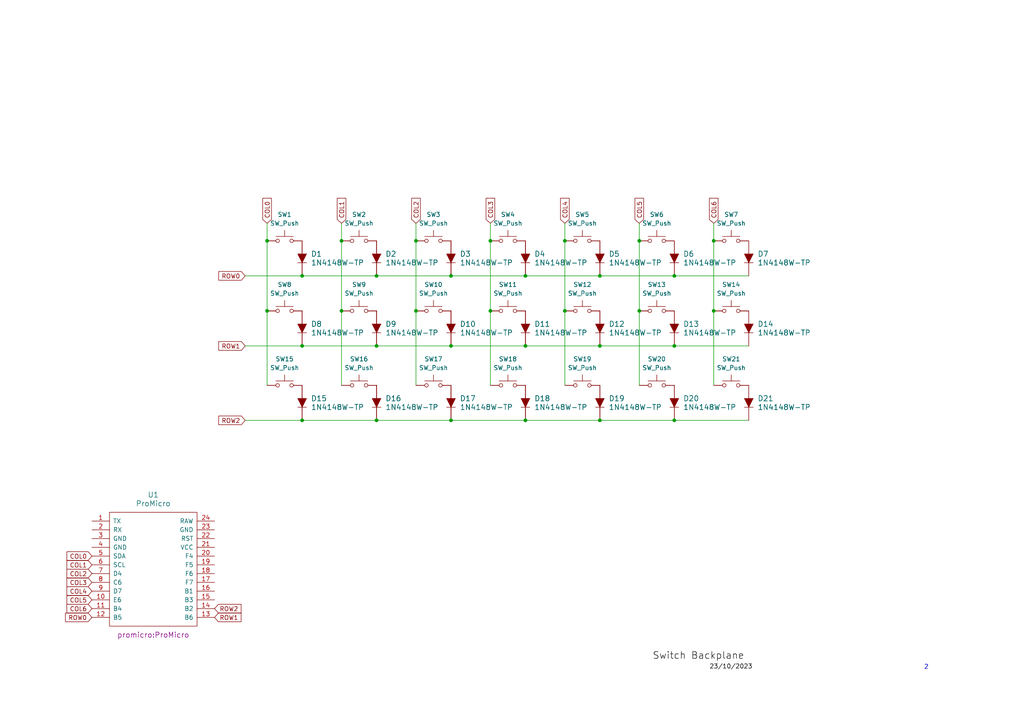
<source format=kicad_sch>
(kicad_sch (version 20230121) (generator eeschema)
  (paper "A4")
  (lib_symbols
    (symbol "Switch:SW_Push" (pin_numbers hide) (pin_names (offset 1.016) hide)
      (property "Reference" "SW" (at 1.27 2.54 0))
      (property "Value" "SW_Push" (at 0 -1.524 0))
      (symbol "SW_Push_0_1"
        (circle (center -2.032 0) (radius 0.508))
        (polyline (pts (xy 0 1.27) (xy 0 3.048)))
        (polyline (pts (xy 2.54 1.27) (xy -2.54 1.27)))
        (circle (center 2.032 0) (radius 0.508))
        (pin passive line (at -5.08 0 0) (length 2.54) (name "1") (number "1"))
        (pin passive line (at 5.08 0 180) (length 2.54) (name "2") (number "2"))
      )
    )
    (symbol "dk_Diodes-Rectifiers-Single:1N4148W-TP" (pin_numbers hide) (pin_names (offset 0) hide)
      (property "Reference" "D" (at 0 2.54 0))
      (property "Value" "1N4148W-TP" (at 1.27 -2.54 0))
      (symbol "1N4148W-TP_0_1"
        (polyline (pts (xy 1.27 1.27) (xy 1.27 -1.27)))
        (polyline (pts (xy -1.27 1.27) (xy -1.27 -1.27) (xy 1.27 0) (xy -1.27 1.27)) (fill (type outline)))
      )
      (symbol "1N4148W-TP_1_1"
        (pin passive line (at -5.08 0 0) (length 3.81) (name "~") (number "A"))
        (pin passive line (at 5.08 0 180) (length 3.81) (name "~") (number "K"))
      )
    )
    (symbol "promicro:ProMicro" (pin_names (offset 1.016))
      (property "Reference" "U1" (at 0 26.67 0))
      (property "Value" "ProMicro" (at 0 24.13 0))
      (property "Footprint" "promicro:ProMicro" (at 2.54 -26.67 0))
      (symbol "ProMicro_0_1"
        (rectangle (start -12.7 21.59) (end 12.7 -11.43))
      )
      (symbol "ProMicro_1_1"
        (pin bidirectional line (at -17.78 19.05 0) (length 5.08) (name "TX") (number "1"))
        (pin bidirectional line (at -17.78 -3.81 0) (length 5.08) (name "E6") (number "10"))
        (pin bidirectional line (at -17.78 -6.35 0) (length 5.08) (name "B4") (number "11"))
        (pin bidirectional line (at -17.78 -8.89 0) (length 5.08) (name "B5") (number "12"))
        (pin bidirectional line (at 17.78 -8.89 180) (length 5.08) (name "B6") (number "13"))
        (pin bidirectional line (at 17.78 -6.35 180) (length 5.08) (name "B2") (number "14"))
        (pin bidirectional line (at 17.78 -3.81 180) (length 5.08) (name "B3") (number "15"))
        (pin bidirectional line (at 17.78 -1.27 180) (length 5.08) (name "B1") (number "16"))
        (pin bidirectional line (at 17.78 1.27 180) (length 5.08) (name "F7") (number "17"))
        (pin bidirectional line (at 17.78 3.81 180) (length 5.08) (name "F6") (number "18"))
        (pin bidirectional line (at 17.78 6.35 180) (length 5.08) (name "F5") (number "19"))
        (pin bidirectional line (at -17.78 16.51 0) (length 5.08) (name "RX") (number "2"))
        (pin bidirectional line (at 17.78 8.89 180) (length 5.08) (name "F4") (number "20"))
        (pin power_in line (at 17.78 11.43 180) (length 5.08) (name "VCC") (number "21"))
        (pin input line (at 17.78 13.97 180) (length 5.08) (name "RST") (number "22"))
        (pin power_in line (at 17.78 16.51 180) (length 5.08) (name "GND") (number "23"))
        (pin power_out line (at 17.78 19.05 180) (length 5.08) (name "RAW") (number "24"))
        (pin power_in line (at -17.78 13.97 0) (length 5.08) (name "GND") (number "3"))
        (pin power_in line (at -17.78 11.43 0) (length 5.08) (name "GND") (number "4"))
        (pin bidirectional line (at -17.78 8.89 0) (length 5.08) (name "SDA") (number "5"))
        (pin bidirectional line (at -17.78 6.35 0) (length 5.08) (name "SCL") (number "6"))
        (pin bidirectional line (at -17.78 3.81 0) (length 5.08) (name "D4") (number "7"))
        (pin bidirectional line (at -17.78 1.27 0) (length 5.08) (name "C6") (number "8"))
        (pin bidirectional line (at -17.78 -1.27 0) (length 5.08) (name "D7") (number "9"))
      )
    )
  )
  (junction (at 130.81 80.01))
  (junction (at 142.24 90.17))
  (junction (at 77.47 90.17))
  (junction (at 185.42 69.85))
  (junction (at 109.22 100.33))
  (junction (at 163.83 69.85))
  (junction (at 120.65 90.17))
  (junction (at 87.63 80.01))
  (junction (at 207.01 90.17))
  (junction (at 142.24 69.85))
  (junction (at 77.47 69.85))
  (junction (at 109.22 80.01))
  (junction (at 99.06 90.17))
  (junction (at 173.99 100.33))
  (junction (at 185.42 90.17))
  (junction (at 109.22 121.92))
  (junction (at 130.81 100.33))
  (junction (at 152.4 100.33))
  (junction (at 152.4 80.01))
  (junction (at 195.58 121.92))
  (junction (at 195.58 80.01))
  (junction (at 173.99 80.01))
  (junction (at 195.58 100.33))
  (junction (at 152.4 121.92))
  (junction (at 87.63 100.33))
  (junction (at 163.83 90.17))
  (junction (at 173.99 121.92))
  (junction (at 99.06 69.85))
  (junction (at 120.65 69.85))
  (junction (at 87.63 121.92))
  (junction (at 130.81 121.92))
  (junction (at 207.01 69.85))
  (wire (pts (xy 173.99 80.01) (xy 195.58 80.01)))
  (wire (pts (xy 152.4 100.33) (xy 173.99 100.33)))
  (wire (pts (xy 163.83 69.85) (xy 163.83 90.17)))
  (wire (pts (xy 87.63 100.33) (xy 109.22 100.33)))
  (wire (pts (xy 77.47 90.17) (xy 77.47 111.76)))
  (wire (pts (xy 195.58 100.33) (xy 217.17 100.33)))
  (wire (pts (xy 142.24 69.85) (xy 142.24 90.17)))
  (wire (pts (xy 152.4 80.01) (xy 173.99 80.01)))
  (wire (pts (xy 87.63 80.01) (xy 109.22 80.01)))
  (wire (pts (xy 130.81 121.92) (xy 152.4 121.92)))
  (wire (pts (xy 77.47 64.77) (xy 77.47 69.85)))
  (wire (pts (xy 71.12 121.92) (xy 87.63 121.92)))
  (wire (pts (xy 99.06 64.77) (xy 99.06 69.85)))
  (wire (pts (xy 77.47 69.85) (xy 77.47 90.17)))
  (wire (pts (xy 109.22 80.01) (xy 130.81 80.01)))
  (wire (pts (xy 130.81 100.33) (xy 152.4 100.33)))
  (wire (pts (xy 152.4 121.92) (xy 173.99 121.92)))
  (wire (pts (xy 71.12 100.33) (xy 87.63 100.33)))
  (wire (pts (xy 87.63 121.92) (xy 109.22 121.92)))
  (wire (pts (xy 130.81 80.01) (xy 152.4 80.01)))
  (wire (pts (xy 207.01 64.77) (xy 207.01 69.85)))
  (wire (pts (xy 120.65 64.77) (xy 120.65 69.85)))
  (wire (pts (xy 71.12 80.01) (xy 87.63 80.01)))
  (wire (pts (xy 120.65 69.85) (xy 120.65 90.17)))
  (wire (pts (xy 163.83 64.77) (xy 163.83 69.85)))
  (wire (pts (xy 99.06 69.85) (xy 99.06 90.17)))
  (wire (pts (xy 142.24 90.17) (xy 142.24 111.76)))
  (wire (pts (xy 185.42 90.17) (xy 185.42 111.76)))
  (wire (pts (xy 173.99 100.33) (xy 195.58 100.33)))
  (wire (pts (xy 173.99 121.92) (xy 195.58 121.92)))
  (wire (pts (xy 207.01 90.17) (xy 207.01 111.76)))
  (wire (pts (xy 195.58 121.92) (xy 217.17 121.92)))
  (wire (pts (xy 109.22 100.33) (xy 130.81 100.33)))
  (wire (pts (xy 185.42 69.85) (xy 185.42 90.17)))
  (wire (pts (xy 99.06 90.17) (xy 99.06 111.76)))
  (wire (pts (xy 207.01 69.85) (xy 207.01 90.17)))
  (wire (pts (xy 185.42 64.77) (xy 185.42 69.85)))
  (wire (pts (xy 142.24 64.77) (xy 142.24 69.85)))
  (wire (pts (xy 109.22 121.92) (xy 130.81 121.92)))
  (wire (pts (xy 120.65 90.17) (xy 120.65 111.76)))
  (wire (pts (xy 195.58 80.01) (xy 217.17 80.01)))
  (wire (pts (xy 163.83 90.17) (xy 163.83 111.76)))
  (text "2" (at 267.97 194.31 0) (effects (font (size 1.27 1.27)) (justify left bottom)))
  (label "Switch Backplane" (at 189.23 191.77 0) (effects (font (size 2 2))))
  (label "23{slash}10{slash}2023" (at 205.74 194.31 0))
  (global_label "ROW2" (shape input) (at 62.23 176.53 0) (property "Intersheetrefs" "${INTERSHEET_REFS}" (effects hide)))
  (global_label "ROW1" (shape input) (at 71.12 100.33 180) (property "Intersheetrefs" "${INTERSHEET_REFS}" (effects hide)))
  (global_label "COL5" (shape input) (at 26.67 173.99 180) (property "Intersheetrefs" "${INTERSHEET_REFS}" (effects hide)))
  (global_label "ROW2" (shape input) (at 71.12 121.92 180) (property "Intersheetrefs" "${INTERSHEET_REFS}" (effects hide)))
  (global_label "COL2" (shape input) (at 26.67 166.37 180) (property "Intersheetrefs" "${INTERSHEET_REFS}" (effects hide)))
  (global_label "COL1" (shape input) (at 26.67 163.83 180) (property "Intersheetrefs" "${INTERSHEET_REFS}" (effects hide)))
  (global_label "COL4" (shape input) (at 163.83 64.77 90) (property "Intersheetrefs" "${INTERSHEET_REFS}" (effects hide)))
  (global_label "ROW0" (shape input) (at 26.67 179.07 180) (property "Intersheetrefs" "${INTERSHEET_REFS}" (effects hide)))
  (global_label "COL0" (shape input) (at 26.67 161.29 180) (property "Intersheetrefs" "${INTERSHEET_REFS}" (effects hide)))
  (global_label "COL2" (shape input) (at 120.65 64.77 90) (property "Intersheetrefs" "${INTERSHEET_REFS}" (effects hide)))
  (global_label "COL4" (shape input) (at 26.67 171.45 180) (property "Intersheetrefs" "${INTERSHEET_REFS}" (effects hide)))
  (global_label "COL6" (shape input) (at 26.67 176.53 180) (property "Intersheetrefs" "${INTERSHEET_REFS}" (effects hide)))
  (global_label "COL0" (shape input) (at 77.47 64.77 90) (property "Intersheetrefs" "${INTERSHEET_REFS}" (effects hide)))
  (global_label "COL3" (shape input) (at 142.24 64.77 90) (property "Intersheetrefs" "${INTERSHEET_REFS}" (effects hide)))
  (global_label "COL1" (shape input) (at 99.06 64.77 90) (property "Intersheetrefs" "${INTERSHEET_REFS}" (effects hide)))
  (global_label "COL5" (shape input) (at 185.42 64.77 90) (property "Intersheetrefs" "${INTERSHEET_REFS}" (effects hide)))
  (global_label "COL6" (shape input) (at 207.01 64.77 90) (property "Intersheetrefs" "${INTERSHEET_REFS}" (effects hide)))
  (global_label "ROW1" (shape input) (at 62.23 179.07 0) (property "Intersheetrefs" "${INTERSHEET_REFS}" (effects hide)))
  (global_label "ROW0" (shape input) (at 71.12 80.01 180) (property "Intersheetrefs" "${INTERSHEET_REFS}" (effects hide)))
  (global_label "COL3" (shape input) (at 26.67 168.91 180) (property "Intersheetrefs" "${INTERSHEET_REFS}" (effects hide)))
  (symbol (lib_id "dk_Diodes-Rectifiers-Single:1N4148W-TP") (at 195.58 95.25 270) (unit 1)
    (property "Reference" "D13" (at 198.12 93.98 90) (effects (font (size 1.524 1.524)) (justify left)))
    (property "Value" "1N4148W-TP" (at 198.12 96.52 90) (effects (font (size 1.524 1.524)) (justify left)))
    (property "Footprint" "digikey-footprints:SOD-123" (effects hide))
    (property "Datasheet" "https://www.mccsemi.com/pdf/Products/1N4148W(SOD123).pdf" (effects hide))
    (property "Digi-Key_PN" "1N4148WTPMSCT-ND" (effects hide))
    (property "MPN" "1N4148W-TP" (effects hide))
    (property "Category" "Discrete Semiconductor Products" (effects hide))
    (property "Family" "Diodes - Rectifiers - Single" (effects hide))
    (property "DK_Datasheet_Link" "https://www.mccsemi.com/pdf/Products/1N4148W(SOD123).pdf" (effects hide))
    (property "DK_Detail_Page" "/product-detail/en/micro-commercial-co/1N4148W-TP/1N4148WTPMSCT-ND/717311" (effects hide))
    (property "Description" "DIODE GEN PURP 100V 150MA SOD123" (effects hide))
    (property "Manufacturer" "Micro Commercial Co" (effects hide))
    (property "Status" "Active" (effects hide))
  )
  (symbol (lib_id "dk_Diodes-Rectifiers-Single:1N4148W-TP") (at 217.17 95.25 270) (unit 1)
    (property "Reference" "D14" (at 219.71 93.98 90) (effects (font (size 1.524 1.524)) (justify left)))
    (property "Value" "1N4148W-TP" (at 219.71 96.52 90) (effects (font (size 1.524 1.524)) (justify left)))
    (property "Footprint" "digikey-footprints:SOD-123" (effects hide))
    (property "Datasheet" "https://www.mccsemi.com/pdf/Products/1N4148W(SOD123).pdf" (effects hide))
    (property "Digi-Key_PN" "1N4148WTPMSCT-ND" (effects hide))
    (property "MPN" "1N4148W-TP" (effects hide))
    (property "Category" "Discrete Semiconductor Products" (effects hide))
    (property "Family" "Diodes - Rectifiers - Single" (effects hide))
    (property "DK_Datasheet_Link" "https://www.mccsemi.com/pdf/Products/1N4148W(SOD123).pdf" (effects hide))
    (property "DK_Detail_Page" "/product-detail/en/micro-commercial-co/1N4148W-TP/1N4148WTPMSCT-ND/717311" (effects hide))
    (property "Description" "DIODE GEN PURP 100V 150MA SOD123" (effects hide))
    (property "Manufacturer" "Micro Commercial Co" (effects hide))
    (property "Status" "Active" (effects hide))
  )
  (symbol (lib_id "Switch:SW_Push") (at 104.14 69.85 0) (unit 1)
    (property "Reference" "SW2" (at 104.14 62.23 0))
    (property "Value" "SW_Push" (at 104.14 64.77 0))
    (property "Footprint" "CustomSwitch:SW_223J" (effects hide))
  )
  (symbol (lib_id "Switch:SW_Push") (at 104.14 90.17 0) (unit 1)
    (property "Reference" "SW9" (at 104.14 82.55 0))
    (property "Value" "SW_Push" (at 104.14 85.09 0))
    (property "Footprint" "CustomSwitch:SW_223J" (effects hide))
  )
  (symbol (lib_id "Switch:SW_Push") (at 125.73 69.85 0) (unit 1)
    (property "Reference" "SW3" (at 125.73 62.23 0))
    (property "Value" "SW_Push" (at 125.73 64.77 0))
    (property "Footprint" "CustomSwitch:SW_223J" (effects hide))
  )
  (symbol (lib_id "dk_Diodes-Rectifiers-Single:1N4148W-TP") (at 195.58 116.84 270) (unit 1)
    (property "Reference" "D20" (at 198.12 115.57 90) (effects (font (size 1.524 1.524)) (justify left)))
    (property "Value" "1N4148W-TP" (at 198.12 118.11 90) (effects (font (size 1.524 1.524)) (justify left)))
    (property "Footprint" "digikey-footprints:SOD-123" (effects hide))
    (property "Datasheet" "https://www.mccsemi.com/pdf/Products/1N4148W(SOD123).pdf" (effects hide))
    (property "Digi-Key_PN" "1N4148WTPMSCT-ND" (effects hide))
    (property "MPN" "1N4148W-TP" (effects hide))
    (property "Category" "Discrete Semiconductor Products" (effects hide))
    (property "Family" "Diodes - Rectifiers - Single" (effects hide))
    (property "DK_Datasheet_Link" "https://www.mccsemi.com/pdf/Products/1N4148W(SOD123).pdf" (effects hide))
    (property "DK_Detail_Page" "/product-detail/en/micro-commercial-co/1N4148W-TP/1N4148WTPMSCT-ND/717311" (effects hide))
    (property "Description" "DIODE GEN PURP 100V 150MA SOD123" (effects hide))
    (property "Manufacturer" "Micro Commercial Co" (effects hide))
    (property "Status" "Active" (effects hide))
  )
  (symbol (lib_id "dk_Diodes-Rectifiers-Single:1N4148W-TP") (at 87.63 116.84 270) (unit 1)
    (property "Reference" "D15" (at 90.17 115.57 90) (effects (font (size 1.524 1.524)) (justify left)))
    (property "Value" "1N4148W-TP" (at 90.17 118.11 90) (effects (font (size 1.524 1.524)) (justify left)))
    (property "Footprint" "digikey-footprints:SOD-123" (effects hide))
    (property "Datasheet" "https://www.mccsemi.com/pdf/Products/1N4148W(SOD123).pdf" (effects hide))
    (property "Digi-Key_PN" "1N4148WTPMSCT-ND" (effects hide))
    (property "MPN" "1N4148W-TP" (effects hide))
    (property "Category" "Discrete Semiconductor Products" (effects hide))
    (property "Family" "Diodes - Rectifiers - Single" (effects hide))
    (property "DK_Datasheet_Link" "https://www.mccsemi.com/pdf/Products/1N4148W(SOD123).pdf" (effects hide))
    (property "DK_Detail_Page" "/product-detail/en/micro-commercial-co/1N4148W-TP/1N4148WTPMSCT-ND/717311" (effects hide))
    (property "Description" "DIODE GEN PURP 100V 150MA SOD123" (effects hide))
    (property "Manufacturer" "Micro Commercial Co" (effects hide))
    (property "Status" "Active" (effects hide))
  )
  (symbol (lib_id "dk_Diodes-Rectifiers-Single:1N4148W-TP") (at 173.99 116.84 270) (unit 1)
    (property "Reference" "D19" (at 176.53 115.57 90) (effects (font (size 1.524 1.524)) (justify left)))
    (property "Value" "1N4148W-TP" (at 176.53 118.11 90) (effects (font (size 1.524 1.524)) (justify left)))
    (property "Footprint" "digikey-footprints:SOD-123" (effects hide))
    (property "Datasheet" "https://www.mccsemi.com/pdf/Products/1N4148W(SOD123).pdf" (effects hide))
    (property "Digi-Key_PN" "1N4148WTPMSCT-ND" (effects hide))
    (property "MPN" "1N4148W-TP" (effects hide))
    (property "Category" "Discrete Semiconductor Products" (effects hide))
    (property "Family" "Diodes - Rectifiers - Single" (effects hide))
    (property "DK_Datasheet_Link" "https://www.mccsemi.com/pdf/Products/1N4148W(SOD123).pdf" (effects hide))
    (property "DK_Detail_Page" "/product-detail/en/micro-commercial-co/1N4148W-TP/1N4148WTPMSCT-ND/717311" (effects hide))
    (property "Description" "DIODE GEN PURP 100V 150MA SOD123" (effects hide))
    (property "Manufacturer" "Micro Commercial Co" (effects hide))
    (property "Status" "Active" (effects hide))
  )
  (symbol (lib_id "Switch:SW_Push") (at 125.73 111.76 0) (unit 1)
    (property "Reference" "SW17" (at 125.73 104.14 0))
    (property "Value" "SW_Push" (at 125.73 106.68 0))
    (property "Footprint" "CustomSwitch:SW_223J" (effects hide))
  )
  (symbol (lib_id "dk_Diodes-Rectifiers-Single:1N4148W-TP") (at 195.58 74.93 270) (unit 1)
    (property "Reference" "D6" (at 198.12 73.66 90) (effects (font (size 1.524 1.524)) (justify left)))
    (property "Value" "1N4148W-TP" (at 198.12 76.2 90) (effects (font (size 1.524 1.524)) (justify left)))
    (property "Footprint" "digikey-footprints:SOD-123" (effects hide))
    (property "Datasheet" "https://www.mccsemi.com/pdf/Products/1N4148W(SOD123).pdf" (effects hide))
    (property "Digi-Key_PN" "1N4148WTPMSCT-ND" (effects hide))
    (property "MPN" "1N4148W-TP" (effects hide))
    (property "Category" "Discrete Semiconductor Products" (effects hide))
    (property "Family" "Diodes - Rectifiers - Single" (effects hide))
    (property "DK_Datasheet_Link" "https://www.mccsemi.com/pdf/Products/1N4148W(SOD123).pdf" (effects hide))
    (property "DK_Detail_Page" "/product-detail/en/micro-commercial-co/1N4148W-TP/1N4148WTPMSCT-ND/717311" (effects hide))
    (property "Description" "DIODE GEN PURP 100V 150MA SOD123" (effects hide))
    (property "Manufacturer" "Micro Commercial Co" (effects hide))
    (property "Status" "Active" (effects hide))
  )
  (symbol (lib_id "dk_Diodes-Rectifiers-Single:1N4148W-TP") (at 173.99 74.93 270) (unit 1)
    (property "Reference" "D5" (at 176.53 73.66 90) (effects (font (size 1.524 1.524)) (justify left)))
    (property "Value" "1N4148W-TP" (at 176.53 76.2 90) (effects (font (size 1.524 1.524)) (justify left)))
    (property "Footprint" "digikey-footprints:SOD-123" (effects hide))
    (property "Datasheet" "https://www.mccsemi.com/pdf/Products/1N4148W(SOD123).pdf" (effects hide))
    (property "Digi-Key_PN" "1N4148WTPMSCT-ND" (effects hide))
    (property "MPN" "1N4148W-TP" (effects hide))
    (property "Category" "Discrete Semiconductor Products" (effects hide))
    (property "Family" "Diodes - Rectifiers - Single" (effects hide))
    (property "DK_Datasheet_Link" "https://www.mccsemi.com/pdf/Products/1N4148W(SOD123).pdf" (effects hide))
    (property "DK_Detail_Page" "/product-detail/en/micro-commercial-co/1N4148W-TP/1N4148WTPMSCT-ND/717311" (effects hide))
    (property "Description" "DIODE GEN PURP 100V 150MA SOD123" (effects hide))
    (property "Manufacturer" "Micro Commercial Co" (effects hide))
    (property "Status" "Active" (effects hide))
  )
  (symbol (lib_id "Switch:SW_Push") (at 147.32 69.85 0) (unit 1)
    (property "Reference" "SW4" (at 147.32 62.23 0))
    (property "Value" "SW_Push" (at 147.32 64.77 0))
    (property "Footprint" "CustomSwitch:SW_223J" (effects hide))
  )
  (symbol (lib_id "Switch:SW_Push") (at 212.09 90.17 0) (unit 1)
    (property "Reference" "SW14" (at 212.09 82.55 0))
    (property "Value" "SW_Push" (at 212.09 85.09 0))
    (property "Footprint" "CustomSwitch:SW_223J" (effects hide))
  )
  (symbol (lib_id "dk_Diodes-Rectifiers-Single:1N4148W-TP") (at 130.81 74.93 270) (unit 1)
    (property "Reference" "D3" (at 133.35 73.66 90) (effects (font (size 1.524 1.524)) (justify left)))
    (property "Value" "1N4148W-TP" (at 133.35 76.2 90) (effects (font (size 1.524 1.524)) (justify left)))
    (property "Footprint" "digikey-footprints:SOD-123" (effects hide))
    (property "Datasheet" "https://www.mccsemi.com/pdf/Products/1N4148W(SOD123).pdf" (effects hide))
    (property "Digi-Key_PN" "1N4148WTPMSCT-ND" (effects hide))
    (property "MPN" "1N4148W-TP" (effects hide))
    (property "Category" "Discrete Semiconductor Products" (effects hide))
    (property "Family" "Diodes - Rectifiers - Single" (effects hide))
    (property "DK_Datasheet_Link" "https://www.mccsemi.com/pdf/Products/1N4148W(SOD123).pdf" (effects hide))
    (property "DK_Detail_Page" "/product-detail/en/micro-commercial-co/1N4148W-TP/1N4148WTPMSCT-ND/717311" (effects hide))
    (property "Description" "DIODE GEN PURP 100V 150MA SOD123" (effects hide))
    (property "Manufacturer" "Micro Commercial Co" (effects hide))
    (property "Status" "Active" (effects hide))
  )
  (symbol (lib_id "dk_Diodes-Rectifiers-Single:1N4148W-TP") (at 109.22 116.84 270) (unit 1)
    (property "Reference" "D16" (at 111.76 115.57 90) (effects (font (size 1.524 1.524)) (justify left)))
    (property "Value" "1N4148W-TP" (at 111.76 118.11 90) (effects (font (size 1.524 1.524)) (justify left)))
    (property "Footprint" "digikey-footprints:SOD-123" (effects hide))
    (property "Datasheet" "https://www.mccsemi.com/pdf/Products/1N4148W(SOD123).pdf" (effects hide))
    (property "Digi-Key_PN" "1N4148WTPMSCT-ND" (effects hide))
    (property "MPN" "1N4148W-TP" (effects hide))
    (property "Category" "Discrete Semiconductor Products" (effects hide))
    (property "Family" "Diodes - Rectifiers - Single" (effects hide))
    (property "DK_Datasheet_Link" "https://www.mccsemi.com/pdf/Products/1N4148W(SOD123).pdf" (effects hide))
    (property "DK_Detail_Page" "/product-detail/en/micro-commercial-co/1N4148W-TP/1N4148WTPMSCT-ND/717311" (effects hide))
    (property "Description" "DIODE GEN PURP 100V 150MA SOD123" (effects hide))
    (property "Manufacturer" "Micro Commercial Co" (effects hide))
    (property "Status" "Active" (effects hide))
  )
  (symbol (lib_id "Switch:SW_Push") (at 190.5 69.85 0) (unit 1)
    (property "Reference" "SW6" (at 190.5 62.23 0))
    (property "Value" "SW_Push" (at 190.5 64.77 0))
    (property "Footprint" "CustomSwitch:SW_223J" (effects hide))
  )
  (symbol (lib_id "Switch:SW_Push") (at 82.55 111.76 0) (unit 1)
    (property "Reference" "SW15" (at 82.55 104.14 0))
    (property "Value" "SW_Push" (at 82.55 106.68 0))
    (property "Footprint" "CustomSwitch:SW_223J" (effects hide))
  )
  (symbol (lib_id "dk_Diodes-Rectifiers-Single:1N4148W-TP") (at 130.81 95.25 270) (unit 1)
    (property "Reference" "D10" (at 133.35 93.98 90) (effects (font (size 1.524 1.524)) (justify left)))
    (property "Value" "1N4148W-TP" (at 133.35 96.52 90) (effects (font (size 1.524 1.524)) (justify left)))
    (property "Footprint" "digikey-footprints:SOD-123" (effects hide))
    (property "Datasheet" "https://www.mccsemi.com/pdf/Products/1N4148W(SOD123).pdf" (effects hide))
    (property "Digi-Key_PN" "1N4148WTPMSCT-ND" (effects hide))
    (property "MPN" "1N4148W-TP" (effects hide))
    (property "Category" "Discrete Semiconductor Products" (effects hide))
    (property "Family" "Diodes - Rectifiers - Single" (effects hide))
    (property "DK_Datasheet_Link" "https://www.mccsemi.com/pdf/Products/1N4148W(SOD123).pdf" (effects hide))
    (property "DK_Detail_Page" "/product-detail/en/micro-commercial-co/1N4148W-TP/1N4148WTPMSCT-ND/717311" (effects hide))
    (property "Description" "DIODE GEN PURP 100V 150MA SOD123" (effects hide))
    (property "Manufacturer" "Micro Commercial Co" (effects hide))
    (property "Status" "Active" (effects hide))
  )
  (symbol (lib_id "Switch:SW_Push") (at 125.73 90.17 0) (unit 1)
    (property "Reference" "SW10" (at 125.73 82.55 0))
    (property "Value" "SW_Push" (at 125.73 85.09 0))
    (property "Footprint" "CustomSwitch:SW_223J" (effects hide))
  )
  (symbol (lib_id "dk_Diodes-Rectifiers-Single:1N4148W-TP") (at 217.17 116.84 270) (unit 1)
    (property "Reference" "D21" (at 219.71 115.57 90) (effects (font (size 1.524 1.524)) (justify left)))
    (property "Value" "1N4148W-TP" (at 219.71 118.11 90) (effects (font (size 1.524 1.524)) (justify left)))
    (property "Footprint" "digikey-footprints:SOD-123" (effects hide))
    (property "Datasheet" "https://www.mccsemi.com/pdf/Products/1N4148W(SOD123).pdf" (effects hide))
    (property "Digi-Key_PN" "1N4148WTPMSCT-ND" (effects hide))
    (property "MPN" "1N4148W-TP" (effects hide))
    (property "Category" "Discrete Semiconductor Products" (effects hide))
    (property "Family" "Diodes - Rectifiers - Single" (effects hide))
    (property "DK_Datasheet_Link" "https://www.mccsemi.com/pdf/Products/1N4148W(SOD123).pdf" (effects hide))
    (property "DK_Detail_Page" "/product-detail/en/micro-commercial-co/1N4148W-TP/1N4148WTPMSCT-ND/717311" (effects hide))
    (property "Description" "DIODE GEN PURP 100V 150MA SOD123" (effects hide))
    (property "Manufacturer" "Micro Commercial Co" (effects hide))
    (property "Status" "Active" (effects hide))
  )
  (symbol (lib_id "dk_Diodes-Rectifiers-Single:1N4148W-TP") (at 109.22 95.25 270) (unit 1)
    (property "Reference" "D9" (at 111.76 93.98 90) (effects (font (size 1.524 1.524)) (justify left)))
    (property "Value" "1N4148W-TP" (at 111.76 96.52 90) (effects (font (size 1.524 1.524)) (justify left)))
    (property "Footprint" "digikey-footprints:SOD-123" (effects hide))
    (property "Datasheet" "https://www.mccsemi.com/pdf/Products/1N4148W(SOD123).pdf" (effects hide))
    (property "Digi-Key_PN" "1N4148WTPMSCT-ND" (effects hide))
    (property "MPN" "1N4148W-TP" (effects hide))
    (property "Category" "Discrete Semiconductor Products" (effects hide))
    (property "Family" "Diodes - Rectifiers - Single" (effects hide))
    (property "DK_Datasheet_Link" "https://www.mccsemi.com/pdf/Products/1N4148W(SOD123).pdf" (effects hide))
    (property "DK_Detail_Page" "/product-detail/en/micro-commercial-co/1N4148W-TP/1N4148WTPMSCT-ND/717311" (effects hide))
    (property "Description" "DIODE GEN PURP 100V 150MA SOD123" (effects hide))
    (property "Manufacturer" "Micro Commercial Co" (effects hide))
    (property "Status" "Active" (effects hide))
  )
  (symbol (lib_id "Switch:SW_Push") (at 168.91 90.17 0) (unit 1)
    (property "Reference" "SW12" (at 168.91 82.55 0))
    (property "Value" "SW_Push" (at 168.91 85.09 0))
    (property "Footprint" "CustomSwitch:SW_223J" (effects hide))
  )
  (symbol (lib_id "dk_Diodes-Rectifiers-Single:1N4148W-TP") (at 217.17 74.93 270) (unit 1)
    (property "Reference" "D7" (at 219.71 73.66 90) (effects (font (size 1.524 1.524)) (justify left)))
    (property "Value" "1N4148W-TP" (at 219.71 76.2 90) (effects (font (size 1.524 1.524)) (justify left)))
    (property "Footprint" "digikey-footprints:SOD-123" (effects hide))
    (property "Datasheet" "https://www.mccsemi.com/pdf/Products/1N4148W(SOD123).pdf" (effects hide))
    (property "Digi-Key_PN" "1N4148WTPMSCT-ND" (effects hide))
    (property "MPN" "1N4148W-TP" (effects hide))
    (property "Category" "Discrete Semiconductor Products" (effects hide))
    (property "Family" "Diodes - Rectifiers - Single" (effects hide))
    (property "DK_Datasheet_Link" "https://www.mccsemi.com/pdf/Products/1N4148W(SOD123).pdf" (effects hide))
    (property "DK_Detail_Page" "/product-detail/en/micro-commercial-co/1N4148W-TP/1N4148WTPMSCT-ND/717311" (effects hide))
    (property "Description" "DIODE GEN PURP 100V 150MA SOD123" (effects hide))
    (property "Manufacturer" "Micro Commercial Co" (effects hide))
    (property "Status" "Active" (effects hide))
  )
  (symbol (lib_id "Switch:SW_Push") (at 82.55 69.85 0) (unit 1)
    (property "Reference" "SW1" (at 82.55 62.23 0))
    (property "Value" "SW_Push" (at 82.55 64.77 0))
    (property "Footprint" "CustomSwitch:SW_223J" (effects hide))
  )
  (symbol (lib_id "Switch:SW_Push") (at 147.32 111.76 0) (unit 1)
    (property "Reference" "SW18" (at 147.32 104.14 0))
    (property "Value" "SW_Push" (at 147.32 106.68 0))
    (property "Footprint" "CustomSwitch:SW_223J" (effects hide))
  )
  (symbol (lib_id "Switch:SW_Push") (at 190.5 90.17 0) (unit 1)
    (property "Reference" "SW13" (at 190.5 82.55 0))
    (property "Value" "SW_Push" (at 190.5 85.09 0))
    (property "Footprint" "CustomSwitch:SW_223J" (effects hide))
  )
  (symbol (lib_id "Switch:SW_Push") (at 190.5 111.76 0) (unit 1)
    (property "Reference" "SW20" (at 190.5 104.14 0))
    (property "Value" "SW_Push" (at 190.5 106.68 0))
    (property "Footprint" "CustomSwitch:SW_223J" (effects hide))
  )
  (symbol (lib_id "dk_Diodes-Rectifiers-Single:1N4148W-TP") (at 152.4 74.93 270) (unit 1)
    (property "Reference" "D4" (at 154.94 73.66 90) (effects (font (size 1.524 1.524)) (justify left)))
    (property "Value" "1N4148W-TP" (at 154.94 76.2 90) (effects (font (size 1.524 1.524)) (justify left)))
    (property "Footprint" "digikey-footprints:SOD-123" (effects hide))
    (property "Datasheet" "https://www.mccsemi.com/pdf/Products/1N4148W(SOD123).pdf" (effects hide))
    (property "Digi-Key_PN" "1N4148WTPMSCT-ND" (effects hide))
    (property "MPN" "1N4148W-TP" (effects hide))
    (property "Category" "Discrete Semiconductor Products" (effects hide))
    (property "Family" "Diodes - Rectifiers - Single" (effects hide))
    (property "DK_Datasheet_Link" "https://www.mccsemi.com/pdf/Products/1N4148W(SOD123).pdf" (effects hide))
    (property "DK_Detail_Page" "/product-detail/en/micro-commercial-co/1N4148W-TP/1N4148WTPMSCT-ND/717311" (effects hide))
    (property "Description" "DIODE GEN PURP 100V 150MA SOD123" (effects hide))
    (property "Manufacturer" "Micro Commercial Co" (effects hide))
    (property "Status" "Active" (effects hide))
  )
  (symbol (lib_id "Switch:SW_Push") (at 168.91 69.85 0) (unit 1)
    (property "Reference" "SW5" (at 168.91 62.23 0))
    (property "Value" "SW_Push" (at 168.91 64.77 0))
    (property "Footprint" "CustomSwitch:SW_223J" (effects hide))
  )
  (symbol (lib_id "Switch:SW_Push") (at 212.09 111.76 0) (unit 1)
    (property "Reference" "SW21" (at 212.09 104.14 0))
    (property "Value" "SW_Push" (at 212.09 106.68 0))
    (property "Footprint" "CustomSwitch:SW_223J" (effects hide))
  )
  (symbol (lib_id "Switch:SW_Push") (at 104.14 111.76 0) (unit 1)
    (property "Reference" "SW16" (at 104.14 104.14 0))
    (property "Value" "SW_Push" (at 104.14 106.68 0))
    (property "Footprint" "CustomSwitch:SW_223J" (effects hide))
  )
  (symbol (lib_id "dk_Diodes-Rectifiers-Single:1N4148W-TP") (at 87.63 95.25 270) (unit 1)
    (property "Reference" "D8" (at 90.17 93.98 90) (effects (font (size 1.524 1.524)) (justify left)))
    (property "Value" "1N4148W-TP" (at 90.17 96.52 90) (effects (font (size 1.524 1.524)) (justify left)))
    (property "Footprint" "digikey-footprints:SOD-123" (effects hide))
    (property "Datasheet" "https://www.mccsemi.com/pdf/Products/1N4148W(SOD123).pdf" (effects hide))
    (property "Digi-Key_PN" "1N4148WTPMSCT-ND" (effects hide))
    (property "MPN" "1N4148W-TP" (effects hide))
    (property "Category" "Discrete Semiconductor Products" (effects hide))
    (property "Family" "Diodes - Rectifiers - Single" (effects hide))
    (property "DK_Datasheet_Link" "https://www.mccsemi.com/pdf/Products/1N4148W(SOD123).pdf" (effects hide))
    (property "DK_Detail_Page" "/product-detail/en/micro-commercial-co/1N4148W-TP/1N4148WTPMSCT-ND/717311" (effects hide))
    (property "Description" "DIODE GEN PURP 100V 150MA SOD123" (effects hide))
    (property "Manufacturer" "Micro Commercial Co" (effects hide))
    (property "Status" "Active" (effects hide))
  )
  (symbol (lib_id "Switch:SW_Push") (at 212.09 69.85 0) (unit 1)
    (property "Reference" "SW7" (at 212.09 62.23 0))
    (property "Value" "SW_Push" (at 212.09 64.77 0))
    (property "Footprint" "CustomSwitch:SW_223J" (effects hide))
  )
  (symbol (lib_id "dk_Diodes-Rectifiers-Single:1N4148W-TP") (at 173.99 95.25 270) (unit 1)
    (property "Reference" "D12" (at 176.53 93.98 90) (effects (font (size 1.524 1.524)) (justify left)))
    (property "Value" "1N4148W-TP" (at 176.53 96.52 90) (effects (font (size 1.524 1.524)) (justify left)))
    (property "Footprint" "digikey-footprints:SOD-123" (effects hide))
    (property "Datasheet" "https://www.mccsemi.com/pdf/Products/1N4148W(SOD123).pdf" (effects hide))
    (property "Digi-Key_PN" "1N4148WTPMSCT-ND" (effects hide))
    (property "MPN" "1N4148W-TP" (effects hide))
    (property "Category" "Discrete Semiconductor Products" (effects hide))
    (property "Family" "Diodes - Rectifiers - Single" (effects hide))
    (property "DK_Datasheet_Link" "https://www.mccsemi.com/pdf/Products/1N4148W(SOD123).pdf" (effects hide))
    (property "DK_Detail_Page" "/product-detail/en/micro-commercial-co/1N4148W-TP/1N4148WTPMSCT-ND/717311" (effects hide))
    (property "Description" "DIODE GEN PURP 100V 150MA SOD123" (effects hide))
    (property "Manufacturer" "Micro Commercial Co" (effects hide))
    (property "Status" "Active" (effects hide))
  )
  (symbol (lib_id "Switch:SW_Push") (at 82.55 90.17 0) (unit 1)
    (property "Reference" "SW8" (at 82.55 82.55 0))
    (property "Value" "SW_Push" (at 82.55 85.09 0))
    (property "Footprint" "CustomSwitch:SW_223J" (effects hide))
  )
  (symbol (lib_id "Switch:SW_Push") (at 147.32 90.17 0) (unit 1)
    (property "Reference" "SW11" (at 147.32 82.55 0))
    (property "Value" "SW_Push" (at 147.32 85.09 0))
    (property "Footprint" "CustomSwitch:SW_223J" (effects hide))
  )
  (symbol (lib_id "dk_Diodes-Rectifiers-Single:1N4148W-TP") (at 152.4 116.84 270) (unit 1)
    (property "Reference" "D18" (at 154.94 115.57 90) (effects (font (size 1.524 1.524)) (justify left)))
    (property "Value" "1N4148W-TP" (at 154.94 118.11 90) (effects (font (size 1.524 1.524)) (justify left)))
    (property "Footprint" "digikey-footprints:SOD-123" (effects hide))
    (property "Datasheet" "https://www.mccsemi.com/pdf/Products/1N4148W(SOD123).pdf" (effects hide))
    (property "Digi-Key_PN" "1N4148WTPMSCT-ND" (effects hide))
    (property "MPN" "1N4148W-TP" (effects hide))
    (property "Category" "Discrete Semiconductor Products" (effects hide))
    (property "Family" "Diodes - Rectifiers - Single" (effects hide))
    (property "DK_Datasheet_Link" "https://www.mccsemi.com/pdf/Products/1N4148W(SOD123).pdf" (effects hide))
    (property "DK_Detail_Page" "/product-detail/en/micro-commercial-co/1N4148W-TP/1N4148WTPMSCT-ND/717311" (effects hide))
    (property "Description" "DIODE GEN PURP 100V 150MA SOD123" (effects hide))
    (property "Manufacturer" "Micro Commercial Co" (effects hide))
    (property "Status" "Active" (effects hide))
  )
  (symbol (lib_id "Switch:SW_Push") (at 168.91 111.76 0) (unit 1)
    (property "Reference" "SW19" (at 168.91 104.14 0))
    (property "Value" "SW_Push" (at 168.91 106.68 0))
    (property "Footprint" "CustomSwitch:SW_223J" (effects hide))
  )
  (symbol (lib_id "dk_Diodes-Rectifiers-Single:1N4148W-TP") (at 109.22 74.93 270) (unit 1)
    (property "Reference" "D2" (at 111.76 73.66 90) (effects (font (size 1.524 1.524)) (justify left)))
    (property "Value" "1N4148W-TP" (at 111.76 76.2 90) (effects (font (size 1.524 1.524)) (justify left)))
    (property "Footprint" "digikey-footprints:SOD-123" (effects hide))
    (property "Datasheet" "https://www.mccsemi.com/pdf/Products/1N4148W(SOD123).pdf" (effects hide))
    (property "Digi-Key_PN" "1N4148WTPMSCT-ND" (effects hide))
    (property "MPN" "1N4148W-TP" (effects hide))
    (property "Category" "Discrete Semiconductor Products" (effects hide))
    (property "Family" "Diodes - Rectifiers - Single" (effects hide))
    (property "DK_Datasheet_Link" "https://www.mccsemi.com/pdf/Products/1N4148W(SOD123).pdf" (effects hide))
    (property "DK_Detail_Page" "/product-detail/en/micro-commercial-co/1N4148W-TP/1N4148WTPMSCT-ND/717311" (effects hide))
    (property "Description" "DIODE GEN PURP 100V 150MA SOD123" (effects hide))
    (property "Manufacturer" "Micro Commercial Co" (effects hide))
    (property "Status" "Active" (effects hide))
  )
  (symbol (lib_id "dk_Diodes-Rectifiers-Single:1N4148W-TP") (at 130.81 116.84 270) (unit 1)
    (property "Reference" "D17" (at 133.35 115.57 90) (effects (font (size 1.524 1.524)) (justify left)))
    (property "Value" "1N4148W-TP" (at 133.35 118.11 90) (effects (font (size 1.524 1.524)) (justify left)))
    (property "Footprint" "digikey-footprints:SOD-123" (effects hide))
    (property "Datasheet" "https://www.mccsemi.com/pdf/Products/1N4148W(SOD123).pdf" (effects hide))
    (property "Digi-Key_PN" "1N4148WTPMSCT-ND" (effects hide))
    (property "MPN" "1N4148W-TP" (effects hide))
    (property "Category" "Discrete Semiconductor Products" (effects hide))
    (property "Family" "Diodes - Rectifiers - Single" (effects hide))
    (property "DK_Datasheet_Link" "https://www.mccsemi.com/pdf/Products/1N4148W(SOD123).pdf" (effects hide))
    (property "DK_Detail_Page" "/product-detail/en/micro-commercial-co/1N4148W-TP/1N4148WTPMSCT-ND/717311" (effects hide))
    (property "Description" "DIODE GEN PURP 100V 150MA SOD123" (effects hide))
    (property "Manufacturer" "Micro Commercial Co" (effects hide))
    (property "Status" "Active" (effects hide))
  )
  (symbol (lib_id "promicro:ProMicro") (at 44.45 170.18 0) (unit 1)
    (property "Reference" "U1" (at 44.45 143.51 0) (effects (font (size 1.524 1.524))))
    (property "Value" "ProMicro" (at 44.45 146.05 0) (effects (font (size 1.524 1.524))))
    (property "Footprint" "promicro:ProMicro" (at 44.45 184.15 0) (effects (font (size 1.524 1.524))))
  )
  (symbol (lib_id "dk_Diodes-Rectifiers-Single:1N4148W-TP") (at 152.4 95.25 270) (unit 1)
    (property "Reference" "D11" (at 154.94 93.98 90) (effects (font (size 1.524 1.524)) (justify left)))
    (property "Value" "1N4148W-TP" (at 154.94 96.52 90) (effects (font (size 1.524 1.524)) (justify left)))
    (property "Footprint" "digikey-footprints:SOD-123" (effects hide))
    (property "Datasheet" "https://www.mccsemi.com/pdf/Products/1N4148W(SOD123).pdf" (effects hide))
    (property "Digi-Key_PN" "1N4148WTPMSCT-ND" (effects hide))
    (property "MPN" "1N4148W-TP" (effects hide))
    (property "Category" "Discrete Semiconductor Products" (effects hide))
    (property "Family" "Diodes - Rectifiers - Single" (effects hide))
    (property "DK_Datasheet_Link" "https://www.mccsemi.com/pdf/Products/1N4148W(SOD123).pdf" (effects hide))
    (property "DK_Detail_Page" "/product-detail/en/micro-commercial-co/1N4148W-TP/1N4148WTPMSCT-ND/717311" (effects hide))
    (property "Description" "DIODE GEN PURP 100V 150MA SOD123" (effects hide))
    (property "Manufacturer" "Micro Commercial Co" (effects hide))
    (property "Status" "Active" (effects hide))
  )
  (symbol (lib_id "dk_Diodes-Rectifiers-Single:1N4148W-TP") (at 87.63 74.93 270) (unit 1)
    (property "Reference" "D1" (at 90.17 73.66 90) (effects (font (size 1.524 1.524)) (justify left)))
    (property "Value" "1N4148W-TP" (at 90.17 76.2 90) (effects (font (size 1.524 1.524)) (justify left)))
    (property "Footprint" "digikey-footprints:SOD-123" (effects hide))
    (property "Datasheet" "https://www.mccsemi.com/pdf/Products/1N4148W(SOD123).pdf" (effects hide))
    (property "Digi-Key_PN" "1N4148WTPMSCT-ND" (effects hide))
    (property "MPN" "1N4148W-TP" (effects hide))
    (property "Category" "Discrete Semiconductor Products" (effects hide))
    (property "Family" "Diodes - Rectifiers - Single" (effects hide))
    (property "DK_Datasheet_Link" "https://www.mccsemi.com/pdf/Products/1N4148W(SOD123).pdf" (effects hide))
    (property "DK_Detail_Page" "/product-detail/en/micro-commercial-co/1N4148W-TP/1N4148WTPMSCT-ND/717311" (effects hide))
    (property "Description" "DIODE GEN PURP 100V 150MA SOD123" (effects hide))
    (property "Manufacturer" "Micro Commercial Co" (effects hide))
    (property "Status" "Active" (effects hide))
  )
)
</source>
